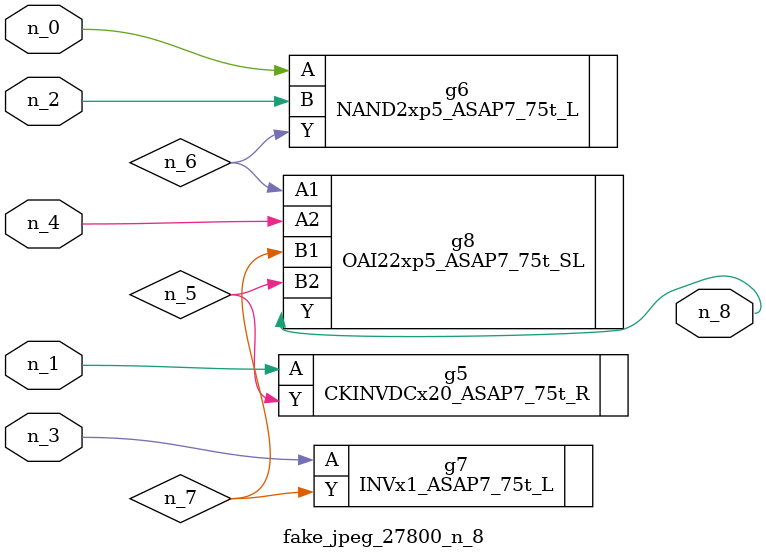
<source format=v>
module fake_jpeg_27800_n_8 (n_3, n_2, n_1, n_0, n_4, n_8);

input n_3;
input n_2;
input n_1;
input n_0;
input n_4;

output n_8;

wire n_6;
wire n_5;
wire n_7;

CKINVDCx20_ASAP7_75t_R g5 ( 
.A(n_1),
.Y(n_5)
);

NAND2xp5_ASAP7_75t_L g6 ( 
.A(n_0),
.B(n_2),
.Y(n_6)
);

INVx1_ASAP7_75t_L g7 ( 
.A(n_3),
.Y(n_7)
);

OAI22xp5_ASAP7_75t_SL g8 ( 
.A1(n_6),
.A2(n_4),
.B1(n_7),
.B2(n_5),
.Y(n_8)
);


endmodule
</source>
